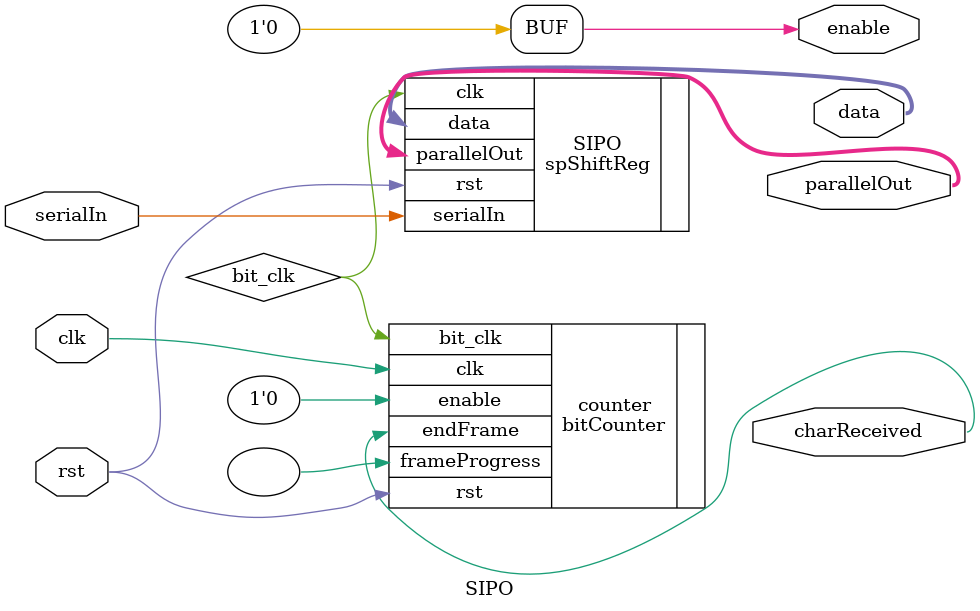
<source format=v>
module SIPO(data, enable, charReceived, parallelOut, serialIn, clk, rst);
	input			clk, rst,		// 16xdata rate clk
					serialIn;
	output 			charReceived;
	output [7:0]	parallelOut;
	output [9:0]	data;

	output reg enable;
	// start bit detection
	always@(*) begin
		case(enable)
			0: begin
				if (serialIn == 0) enable = 1;	// at start bit, turn on bit counting
				else enable = 0;
			end
			1: begin
				if (charReceived) enable = 0;	// at stop bit, turn off bit counting
				else enable = 1;
			end
			default: enable = 0;
		endcase
	end

	wire bit_clk;
	bitCounter #(11) counter (.frameProgress(), .endFrame(charReceived), .bit_clk(bit_clk), .enable(enable), .clk(clk), .rst(rst));
	spShiftReg SIPO (.data(data), .parallelOut(parallelOut), .serialIn(serialIn), .clk(bit_clk), .rst(rst));
endmodule

</source>
